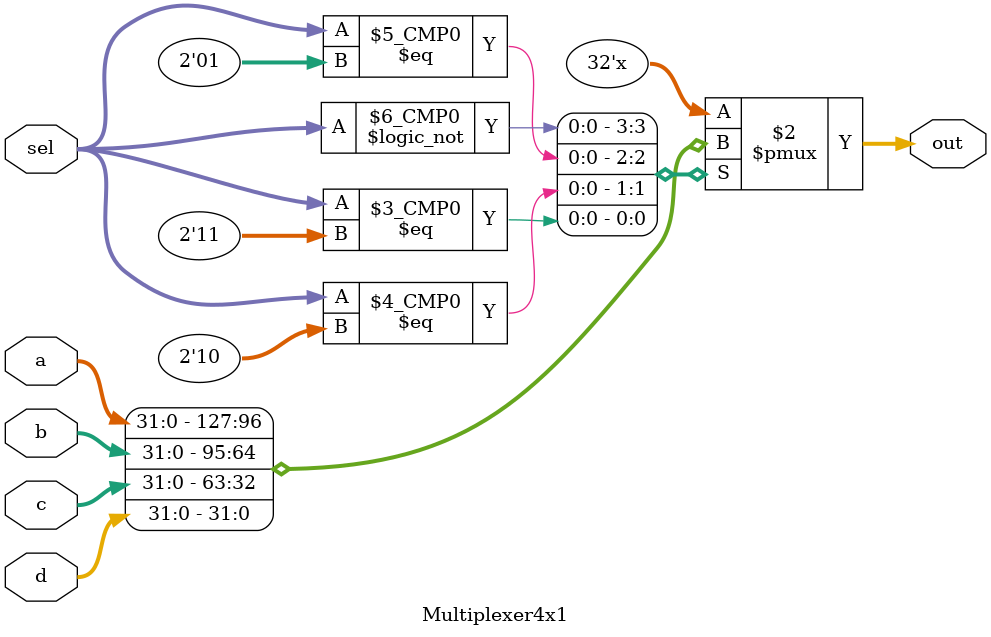
<source format=v>
`timescale 1ns / 1ps

module Multiplexer4x1 #(parameter WL=32)
    (
    input [WL-1:0] a,
    input [WL-1:0] b,
    input [WL-1:0] c,
    input [WL-1:0] d,
    input [1:0] sel,
    
    output reg [WL-1:0] out
    );
    
    //
    always@ *
    begin
        case (sel)     
            2'b00: out = a;
            2'b01: out = b;
            2'b10: out = c;
            2'b11: out = d;
        endcase
    end
        
endmodule

</source>
